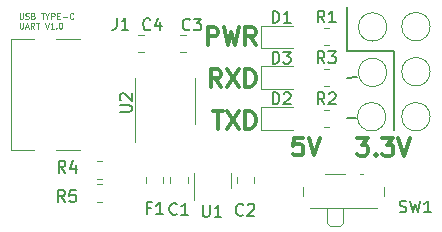
<source format=gbr>
%TF.GenerationSoftware,KiCad,Pcbnew,(6.0.2)*%
%TF.CreationDate,2022-03-28T12:52:26+08:00*%
%TF.ProjectId,CH340-USB-C,43483334-302d-4555-9342-2d432e6b6963,rev?*%
%TF.SameCoordinates,Original*%
%TF.FileFunction,Legend,Top*%
%TF.FilePolarity,Positive*%
%FSLAX46Y46*%
G04 Gerber Fmt 4.6, Leading zero omitted, Abs format (unit mm)*
G04 Created by KiCad (PCBNEW (6.0.2)) date 2022-03-28 12:52:26*
%MOMM*%
%LPD*%
G01*
G04 APERTURE LIST*
%ADD10C,0.150000*%
%ADD11C,0.100000*%
%ADD12C,0.300000*%
%ADD13C,0.120000*%
G04 APERTURE END LIST*
D10*
X92780000Y-98510000D02*
X92010000Y-98580000D01*
X92070000Y-89120000D02*
X92070000Y-92850000D01*
X96040000Y-92850000D02*
X96040000Y-99550000D01*
X92900000Y-95040000D02*
X92030000Y-95200000D01*
X92070000Y-92850000D02*
X96040000Y-92850000D01*
D11*
X64314047Y-89663690D02*
X64314047Y-90068452D01*
X64337857Y-90116071D01*
X64361666Y-90139880D01*
X64409285Y-90163690D01*
X64504523Y-90163690D01*
X64552142Y-90139880D01*
X64575952Y-90116071D01*
X64599761Y-90068452D01*
X64599761Y-89663690D01*
X64814047Y-90139880D02*
X64885476Y-90163690D01*
X65004523Y-90163690D01*
X65052142Y-90139880D01*
X65075952Y-90116071D01*
X65099761Y-90068452D01*
X65099761Y-90020833D01*
X65075952Y-89973214D01*
X65052142Y-89949404D01*
X65004523Y-89925595D01*
X64909285Y-89901785D01*
X64861666Y-89877976D01*
X64837857Y-89854166D01*
X64814047Y-89806547D01*
X64814047Y-89758928D01*
X64837857Y-89711309D01*
X64861666Y-89687500D01*
X64909285Y-89663690D01*
X65028333Y-89663690D01*
X65099761Y-89687500D01*
X65480714Y-89901785D02*
X65552142Y-89925595D01*
X65575952Y-89949404D01*
X65599761Y-89997023D01*
X65599761Y-90068452D01*
X65575952Y-90116071D01*
X65552142Y-90139880D01*
X65504523Y-90163690D01*
X65314047Y-90163690D01*
X65314047Y-89663690D01*
X65480714Y-89663690D01*
X65528333Y-89687500D01*
X65552142Y-89711309D01*
X65575952Y-89758928D01*
X65575952Y-89806547D01*
X65552142Y-89854166D01*
X65528333Y-89877976D01*
X65480714Y-89901785D01*
X65314047Y-89901785D01*
X66123571Y-89663690D02*
X66409285Y-89663690D01*
X66266428Y-90163690D02*
X66266428Y-89663690D01*
X66671190Y-89925595D02*
X66671190Y-90163690D01*
X66504523Y-89663690D02*
X66671190Y-89925595D01*
X66837857Y-89663690D01*
X67004523Y-90163690D02*
X67004523Y-89663690D01*
X67195000Y-89663690D01*
X67242619Y-89687500D01*
X67266428Y-89711309D01*
X67290238Y-89758928D01*
X67290238Y-89830357D01*
X67266428Y-89877976D01*
X67242619Y-89901785D01*
X67195000Y-89925595D01*
X67004523Y-89925595D01*
X67504523Y-89901785D02*
X67671190Y-89901785D01*
X67742619Y-90163690D02*
X67504523Y-90163690D01*
X67504523Y-89663690D01*
X67742619Y-89663690D01*
X67956904Y-89973214D02*
X68337857Y-89973214D01*
X68861666Y-90116071D02*
X68837857Y-90139880D01*
X68766428Y-90163690D01*
X68718809Y-90163690D01*
X68647380Y-90139880D01*
X68599761Y-90092261D01*
X68575952Y-90044642D01*
X68552142Y-89949404D01*
X68552142Y-89877976D01*
X68575952Y-89782738D01*
X68599761Y-89735119D01*
X68647380Y-89687500D01*
X68718809Y-89663690D01*
X68766428Y-89663690D01*
X68837857Y-89687500D01*
X68861666Y-89711309D01*
X64314047Y-90468690D02*
X64314047Y-90873452D01*
X64337857Y-90921071D01*
X64361666Y-90944880D01*
X64409285Y-90968690D01*
X64504523Y-90968690D01*
X64552142Y-90944880D01*
X64575952Y-90921071D01*
X64599761Y-90873452D01*
X64599761Y-90468690D01*
X64814047Y-90825833D02*
X65052142Y-90825833D01*
X64766428Y-90968690D02*
X64933095Y-90468690D01*
X65099761Y-90968690D01*
X65552142Y-90968690D02*
X65385476Y-90730595D01*
X65266428Y-90968690D02*
X65266428Y-90468690D01*
X65456904Y-90468690D01*
X65504523Y-90492500D01*
X65528333Y-90516309D01*
X65552142Y-90563928D01*
X65552142Y-90635357D01*
X65528333Y-90682976D01*
X65504523Y-90706785D01*
X65456904Y-90730595D01*
X65266428Y-90730595D01*
X65695000Y-90468690D02*
X65980714Y-90468690D01*
X65837857Y-90968690D02*
X65837857Y-90468690D01*
X66456904Y-90468690D02*
X66623571Y-90968690D01*
X66790238Y-90468690D01*
X67218809Y-90968690D02*
X66933095Y-90968690D01*
X67075952Y-90968690D02*
X67075952Y-90468690D01*
X67028333Y-90540119D01*
X66980714Y-90587738D01*
X66933095Y-90611547D01*
X67433095Y-90921071D02*
X67456904Y-90944880D01*
X67433095Y-90968690D01*
X67409285Y-90944880D01*
X67433095Y-90921071D01*
X67433095Y-90968690D01*
X67766428Y-90468690D02*
X67814047Y-90468690D01*
X67861666Y-90492500D01*
X67885476Y-90516309D01*
X67909285Y-90563928D01*
X67933095Y-90659166D01*
X67933095Y-90778214D01*
X67909285Y-90873452D01*
X67885476Y-90921071D01*
X67861666Y-90944880D01*
X67814047Y-90968690D01*
X67766428Y-90968690D01*
X67718809Y-90944880D01*
X67695000Y-90921071D01*
X67671190Y-90873452D01*
X67647380Y-90778214D01*
X67647380Y-90659166D01*
X67671190Y-90563928D01*
X67695000Y-90516309D01*
X67718809Y-90492500D01*
X67766428Y-90468690D01*
D12*
X80657142Y-97968571D02*
X81514285Y-97968571D01*
X81085714Y-99468571D02*
X81085714Y-97968571D01*
X81871428Y-97968571D02*
X82871428Y-99468571D01*
X82871428Y-97968571D02*
X81871428Y-99468571D01*
X83442857Y-99468571D02*
X83442857Y-97968571D01*
X83800000Y-97968571D01*
X84014285Y-98040000D01*
X84157142Y-98182857D01*
X84228571Y-98325714D01*
X84300000Y-98611428D01*
X84300000Y-98825714D01*
X84228571Y-99111428D01*
X84157142Y-99254285D01*
X84014285Y-99397142D01*
X83800000Y-99468571D01*
X83442857Y-99468571D01*
X88280953Y-100216071D02*
X87566668Y-100216071D01*
X87495239Y-100930357D01*
X87566668Y-100858928D01*
X87709525Y-100787500D01*
X88066668Y-100787500D01*
X88209525Y-100858928D01*
X88280953Y-100930357D01*
X88352382Y-101073214D01*
X88352382Y-101430357D01*
X88280953Y-101573214D01*
X88209525Y-101644642D01*
X88066668Y-101716071D01*
X87709525Y-101716071D01*
X87566668Y-101644642D01*
X87495239Y-101573214D01*
X88780953Y-100216071D02*
X89280953Y-101716071D01*
X89780953Y-100216071D01*
X92892382Y-100226071D02*
X93820953Y-100226071D01*
X93320953Y-100797500D01*
X93535239Y-100797500D01*
X93678096Y-100868928D01*
X93749525Y-100940357D01*
X93820953Y-101083214D01*
X93820953Y-101440357D01*
X93749525Y-101583214D01*
X93678096Y-101654642D01*
X93535239Y-101726071D01*
X93106668Y-101726071D01*
X92963810Y-101654642D01*
X92892382Y-101583214D01*
X94463810Y-101583214D02*
X94535239Y-101654642D01*
X94463810Y-101726071D01*
X94392382Y-101654642D01*
X94463810Y-101583214D01*
X94463810Y-101726071D01*
X95035239Y-100226071D02*
X95963810Y-100226071D01*
X95463810Y-100797500D01*
X95678096Y-100797500D01*
X95820953Y-100868928D01*
X95892382Y-100940357D01*
X95963810Y-101083214D01*
X95963810Y-101440357D01*
X95892382Y-101583214D01*
X95820953Y-101654642D01*
X95678096Y-101726071D01*
X95249525Y-101726071D01*
X95106668Y-101654642D01*
X95035239Y-101583214D01*
X96392382Y-100226071D02*
X96892382Y-101726071D01*
X97392382Y-100226071D01*
X80228572Y-92358571D02*
X80228572Y-90858571D01*
X80800000Y-90858571D01*
X80942857Y-90930000D01*
X81014286Y-91001428D01*
X81085714Y-91144285D01*
X81085714Y-91358571D01*
X81014286Y-91501428D01*
X80942857Y-91572857D01*
X80800000Y-91644285D01*
X80228572Y-91644285D01*
X81585714Y-90858571D02*
X81942857Y-92358571D01*
X82228572Y-91287142D01*
X82514286Y-92358571D01*
X82871429Y-90858571D01*
X84300000Y-92358571D02*
X83800000Y-91644285D01*
X83442857Y-92358571D02*
X83442857Y-90858571D01*
X84014286Y-90858571D01*
X84157143Y-90930000D01*
X84228572Y-91001428D01*
X84300000Y-91144285D01*
X84300000Y-91358571D01*
X84228572Y-91501428D01*
X84157143Y-91572857D01*
X84014286Y-91644285D01*
X83442857Y-91644285D01*
X81371429Y-95913571D02*
X80871429Y-95199285D01*
X80514286Y-95913571D02*
X80514286Y-94413571D01*
X81085714Y-94413571D01*
X81228571Y-94485000D01*
X81300000Y-94556428D01*
X81371429Y-94699285D01*
X81371429Y-94913571D01*
X81300000Y-95056428D01*
X81228571Y-95127857D01*
X81085714Y-95199285D01*
X80514286Y-95199285D01*
X81871429Y-94413571D02*
X82871429Y-95913571D01*
X82871429Y-94413571D02*
X81871429Y-95913571D01*
X83442857Y-95913571D02*
X83442857Y-94413571D01*
X83800000Y-94413571D01*
X84014286Y-94485000D01*
X84157143Y-94627857D01*
X84228571Y-94770714D01*
X84300000Y-95056428D01*
X84300000Y-95270714D01*
X84228571Y-95556428D01*
X84157143Y-95699285D01*
X84014286Y-95842142D01*
X83800000Y-95913571D01*
X83442857Y-95913571D01*
D10*
%TO.C,F1*%
X75406666Y-106158571D02*
X75073333Y-106158571D01*
X75073333Y-106682380D02*
X75073333Y-105682380D01*
X75549523Y-105682380D01*
X76454285Y-106682380D02*
X75882857Y-106682380D01*
X76168571Y-106682380D02*
X76168571Y-105682380D01*
X76073333Y-105825238D01*
X75978095Y-105920476D01*
X75882857Y-105968095D01*
%TO.C,SW1*%
X96486666Y-106494761D02*
X96629523Y-106542380D01*
X96867619Y-106542380D01*
X96962857Y-106494761D01*
X97010476Y-106447142D01*
X97058095Y-106351904D01*
X97058095Y-106256666D01*
X97010476Y-106161428D01*
X96962857Y-106113809D01*
X96867619Y-106066190D01*
X96677142Y-106018571D01*
X96581904Y-105970952D01*
X96534285Y-105923333D01*
X96486666Y-105828095D01*
X96486666Y-105732857D01*
X96534285Y-105637619D01*
X96581904Y-105590000D01*
X96677142Y-105542380D01*
X96915238Y-105542380D01*
X97058095Y-105590000D01*
X97391428Y-105542380D02*
X97629523Y-106542380D01*
X97820000Y-105828095D01*
X98010476Y-106542380D01*
X98248571Y-105542380D01*
X99153333Y-106542380D02*
X98581904Y-106542380D01*
X98867619Y-106542380D02*
X98867619Y-105542380D01*
X98772380Y-105685238D01*
X98677142Y-105780476D01*
X98581904Y-105828095D01*
%TO.C,R3*%
X90130833Y-93914880D02*
X89797500Y-93438690D01*
X89559404Y-93914880D02*
X89559404Y-92914880D01*
X89940357Y-92914880D01*
X90035595Y-92962500D01*
X90083214Y-93010119D01*
X90130833Y-93105357D01*
X90130833Y-93248214D01*
X90083214Y-93343452D01*
X90035595Y-93391071D01*
X89940357Y-93438690D01*
X89559404Y-93438690D01*
X90464166Y-92914880D02*
X91083214Y-92914880D01*
X90749880Y-93295833D01*
X90892738Y-93295833D01*
X90987976Y-93343452D01*
X91035595Y-93391071D01*
X91083214Y-93486309D01*
X91083214Y-93724404D01*
X91035595Y-93819642D01*
X90987976Y-93867261D01*
X90892738Y-93914880D01*
X90607023Y-93914880D01*
X90511785Y-93867261D01*
X90464166Y-93819642D01*
%TO.C,D2*%
X85739404Y-97382380D02*
X85739404Y-96382380D01*
X85977500Y-96382380D01*
X86120357Y-96430000D01*
X86215595Y-96525238D01*
X86263214Y-96620476D01*
X86310833Y-96810952D01*
X86310833Y-96953809D01*
X86263214Y-97144285D01*
X86215595Y-97239523D01*
X86120357Y-97334761D01*
X85977500Y-97382380D01*
X85739404Y-97382380D01*
X86691785Y-96477619D02*
X86739404Y-96430000D01*
X86834642Y-96382380D01*
X87072738Y-96382380D01*
X87167976Y-96430000D01*
X87215595Y-96477619D01*
X87263214Y-96572857D01*
X87263214Y-96668095D01*
X87215595Y-96810952D01*
X86644166Y-97382380D01*
X87263214Y-97382380D01*
%TO.C,J1*%
X72536666Y-90062380D02*
X72536666Y-90776666D01*
X72489047Y-90919523D01*
X72393809Y-91014761D01*
X72250952Y-91062380D01*
X72155714Y-91062380D01*
X73536666Y-91062380D02*
X72965238Y-91062380D01*
X73250952Y-91062380D02*
X73250952Y-90062380D01*
X73155714Y-90205238D01*
X73060476Y-90300476D01*
X72965238Y-90348095D01*
%TO.C,C1*%
X77623333Y-106657142D02*
X77575714Y-106704761D01*
X77432857Y-106752380D01*
X77337619Y-106752380D01*
X77194761Y-106704761D01*
X77099523Y-106609523D01*
X77051904Y-106514285D01*
X77004285Y-106323809D01*
X77004285Y-106180952D01*
X77051904Y-105990476D01*
X77099523Y-105895238D01*
X77194761Y-105800000D01*
X77337619Y-105752380D01*
X77432857Y-105752380D01*
X77575714Y-105800000D01*
X77623333Y-105847619D01*
X78575714Y-106752380D02*
X78004285Y-106752380D01*
X78290000Y-106752380D02*
X78290000Y-105752380D01*
X78194761Y-105895238D01*
X78099523Y-105990476D01*
X78004285Y-106038095D01*
%TO.C,C4*%
X75383333Y-91017142D02*
X75335714Y-91064761D01*
X75192857Y-91112380D01*
X75097619Y-91112380D01*
X74954761Y-91064761D01*
X74859523Y-90969523D01*
X74811904Y-90874285D01*
X74764285Y-90683809D01*
X74764285Y-90540952D01*
X74811904Y-90350476D01*
X74859523Y-90255238D01*
X74954761Y-90160000D01*
X75097619Y-90112380D01*
X75192857Y-90112380D01*
X75335714Y-90160000D01*
X75383333Y-90207619D01*
X76240476Y-90445714D02*
X76240476Y-91112380D01*
X76002380Y-90064761D02*
X75764285Y-90779047D01*
X76383333Y-90779047D01*
%TO.C,R4*%
X68195833Y-103162380D02*
X67862500Y-102686190D01*
X67624404Y-103162380D02*
X67624404Y-102162380D01*
X68005357Y-102162380D01*
X68100595Y-102210000D01*
X68148214Y-102257619D01*
X68195833Y-102352857D01*
X68195833Y-102495714D01*
X68148214Y-102590952D01*
X68100595Y-102638571D01*
X68005357Y-102686190D01*
X67624404Y-102686190D01*
X69052976Y-102495714D02*
X69052976Y-103162380D01*
X68814880Y-102114761D02*
X68576785Y-102829047D01*
X69195833Y-102829047D01*
%TO.C,U2*%
X72792380Y-98031904D02*
X73601904Y-98031904D01*
X73697142Y-97984285D01*
X73744761Y-97936666D01*
X73792380Y-97841428D01*
X73792380Y-97650952D01*
X73744761Y-97555714D01*
X73697142Y-97508095D01*
X73601904Y-97460476D01*
X72792380Y-97460476D01*
X72887619Y-97031904D02*
X72840000Y-96984285D01*
X72792380Y-96889047D01*
X72792380Y-96650952D01*
X72840000Y-96555714D01*
X72887619Y-96508095D01*
X72982857Y-96460476D01*
X73078095Y-96460476D01*
X73220952Y-96508095D01*
X73792380Y-97079523D01*
X73792380Y-96460476D01*
%TO.C,R5*%
X68145833Y-105642380D02*
X67812500Y-105166190D01*
X67574404Y-105642380D02*
X67574404Y-104642380D01*
X67955357Y-104642380D01*
X68050595Y-104690000D01*
X68098214Y-104737619D01*
X68145833Y-104832857D01*
X68145833Y-104975714D01*
X68098214Y-105070952D01*
X68050595Y-105118571D01*
X67955357Y-105166190D01*
X67574404Y-105166190D01*
X69050595Y-104642380D02*
X68574404Y-104642380D01*
X68526785Y-105118571D01*
X68574404Y-105070952D01*
X68669642Y-105023333D01*
X68907738Y-105023333D01*
X69002976Y-105070952D01*
X69050595Y-105118571D01*
X69098214Y-105213809D01*
X69098214Y-105451904D01*
X69050595Y-105547142D01*
X69002976Y-105594761D01*
X68907738Y-105642380D01*
X68669642Y-105642380D01*
X68574404Y-105594761D01*
X68526785Y-105547142D01*
%TO.C,U1*%
X79828095Y-105902380D02*
X79828095Y-106711904D01*
X79875714Y-106807142D01*
X79923333Y-106854761D01*
X80018571Y-106902380D01*
X80209047Y-106902380D01*
X80304285Y-106854761D01*
X80351904Y-106807142D01*
X80399523Y-106711904D01*
X80399523Y-105902380D01*
X81399523Y-106902380D02*
X80828095Y-106902380D01*
X81113809Y-106902380D02*
X81113809Y-105902380D01*
X81018571Y-106045238D01*
X80923333Y-106140476D01*
X80828095Y-106188095D01*
%TO.C,C2*%
X83243333Y-106717142D02*
X83195714Y-106764761D01*
X83052857Y-106812380D01*
X82957619Y-106812380D01*
X82814761Y-106764761D01*
X82719523Y-106669523D01*
X82671904Y-106574285D01*
X82624285Y-106383809D01*
X82624285Y-106240952D01*
X82671904Y-106050476D01*
X82719523Y-105955238D01*
X82814761Y-105860000D01*
X82957619Y-105812380D01*
X83052857Y-105812380D01*
X83195714Y-105860000D01*
X83243333Y-105907619D01*
X83624285Y-105907619D02*
X83671904Y-105860000D01*
X83767142Y-105812380D01*
X84005238Y-105812380D01*
X84100476Y-105860000D01*
X84148095Y-105907619D01*
X84195714Y-106002857D01*
X84195714Y-106098095D01*
X84148095Y-106240952D01*
X83576666Y-106812380D01*
X84195714Y-106812380D01*
%TO.C,R1*%
X90130833Y-90447380D02*
X89797500Y-89971190D01*
X89559404Y-90447380D02*
X89559404Y-89447380D01*
X89940357Y-89447380D01*
X90035595Y-89495000D01*
X90083214Y-89542619D01*
X90130833Y-89637857D01*
X90130833Y-89780714D01*
X90083214Y-89875952D01*
X90035595Y-89923571D01*
X89940357Y-89971190D01*
X89559404Y-89971190D01*
X91083214Y-90447380D02*
X90511785Y-90447380D01*
X90797500Y-90447380D02*
X90797500Y-89447380D01*
X90702261Y-89590238D01*
X90607023Y-89685476D01*
X90511785Y-89733095D01*
%TO.C,D3*%
X85739404Y-93937380D02*
X85739404Y-92937380D01*
X85977500Y-92937380D01*
X86120357Y-92985000D01*
X86215595Y-93080238D01*
X86263214Y-93175476D01*
X86310833Y-93365952D01*
X86310833Y-93508809D01*
X86263214Y-93699285D01*
X86215595Y-93794523D01*
X86120357Y-93889761D01*
X85977500Y-93937380D01*
X85739404Y-93937380D01*
X86644166Y-92937380D02*
X87263214Y-92937380D01*
X86929880Y-93318333D01*
X87072738Y-93318333D01*
X87167976Y-93365952D01*
X87215595Y-93413571D01*
X87263214Y-93508809D01*
X87263214Y-93746904D01*
X87215595Y-93842142D01*
X87167976Y-93889761D01*
X87072738Y-93937380D01*
X86787023Y-93937380D01*
X86691785Y-93889761D01*
X86644166Y-93842142D01*
%TO.C,R2*%
X90130833Y-97382380D02*
X89797500Y-96906190D01*
X89559404Y-97382380D02*
X89559404Y-96382380D01*
X89940357Y-96382380D01*
X90035595Y-96430000D01*
X90083214Y-96477619D01*
X90130833Y-96572857D01*
X90130833Y-96715714D01*
X90083214Y-96810952D01*
X90035595Y-96858571D01*
X89940357Y-96906190D01*
X89559404Y-96906190D01*
X90511785Y-96477619D02*
X90559404Y-96430000D01*
X90654642Y-96382380D01*
X90892738Y-96382380D01*
X90987976Y-96430000D01*
X91035595Y-96477619D01*
X91083214Y-96572857D01*
X91083214Y-96668095D01*
X91035595Y-96810952D01*
X90464166Y-97382380D01*
X91083214Y-97382380D01*
%TO.C,C3*%
X78733333Y-91027142D02*
X78685714Y-91074761D01*
X78542857Y-91122380D01*
X78447619Y-91122380D01*
X78304761Y-91074761D01*
X78209523Y-90979523D01*
X78161904Y-90884285D01*
X78114285Y-90693809D01*
X78114285Y-90550952D01*
X78161904Y-90360476D01*
X78209523Y-90265238D01*
X78304761Y-90170000D01*
X78447619Y-90122380D01*
X78542857Y-90122380D01*
X78685714Y-90170000D01*
X78733333Y-90217619D01*
X79066666Y-90122380D02*
X79685714Y-90122380D01*
X79352380Y-90503333D01*
X79495238Y-90503333D01*
X79590476Y-90550952D01*
X79638095Y-90598571D01*
X79685714Y-90693809D01*
X79685714Y-90931904D01*
X79638095Y-91027142D01*
X79590476Y-91074761D01*
X79495238Y-91122380D01*
X79209523Y-91122380D01*
X79114285Y-91074761D01*
X79066666Y-91027142D01*
%TO.C,D1*%
X85739404Y-90492380D02*
X85739404Y-89492380D01*
X85977500Y-89492380D01*
X86120357Y-89540000D01*
X86215595Y-89635238D01*
X86263214Y-89730476D01*
X86310833Y-89920952D01*
X86310833Y-90063809D01*
X86263214Y-90254285D01*
X86215595Y-90349523D01*
X86120357Y-90444761D01*
X85977500Y-90492380D01*
X85739404Y-90492380D01*
X87263214Y-90492380D02*
X86691785Y-90492380D01*
X86977500Y-90492380D02*
X86977500Y-89492380D01*
X86882261Y-89635238D01*
X86787023Y-89730476D01*
X86691785Y-89778095D01*
D13*
%TO.C,F1*%
X76450000Y-104086078D02*
X76450000Y-103568922D01*
X75030000Y-104086078D02*
X75030000Y-103568922D01*
%TO.C,SW1*%
X91660000Y-107460000D02*
X91460000Y-107670000D01*
X90360000Y-106170000D02*
X90360000Y-107460000D01*
X90560000Y-107670000D02*
X91460000Y-107670000D01*
X88910000Y-106170000D02*
X94610000Y-106170000D01*
X88310000Y-104370000D02*
X88310000Y-105160000D01*
X95210000Y-105160000D02*
X95210000Y-104370000D01*
X90360000Y-107460000D02*
X90560000Y-107670000D01*
X90160000Y-103320000D02*
X91860000Y-103320000D01*
X91660000Y-107460000D02*
X91660000Y-106170000D01*
X93160000Y-103320000D02*
X93360000Y-103320000D01*
%TO.C,TP2*%
X99070000Y-98440000D02*
G75*
G03*
X99070000Y-98440000I-1200000J0D01*
G01*
%TO.C,TP6*%
X95400000Y-94690000D02*
G75*
G03*
X95400000Y-94690000I-1200000J0D01*
G01*
%TO.C,R3*%
X90070436Y-94377500D02*
X90524564Y-94377500D01*
X90070436Y-95847500D02*
X90524564Y-95847500D01*
%TO.C,D2*%
X84792500Y-97620000D02*
X84792500Y-99540000D01*
X84792500Y-99540000D02*
X87477500Y-99540000D01*
X87477500Y-97620000D02*
X84792500Y-97620000D01*
%TO.C,J1*%
X63610000Y-91840000D02*
X63610000Y-101240000D01*
X69410000Y-91840000D02*
X67410000Y-91840000D01*
X65510000Y-101240000D02*
X63610000Y-101240000D01*
X69410000Y-101240000D02*
X67410000Y-101240000D01*
X65510000Y-91840000D02*
X63610000Y-91840000D01*
%TO.C,C1*%
X78541666Y-103566248D02*
X78541666Y-104088752D01*
X77071666Y-103566248D02*
X77071666Y-104088752D01*
%TO.C,C4*%
X74358748Y-91485000D02*
X74881252Y-91485000D01*
X74358748Y-92955000D02*
X74881252Y-92955000D01*
%TO.C,R4*%
X71297064Y-102205000D02*
X70842936Y-102205000D01*
X71297064Y-103675000D02*
X70842936Y-103675000D01*
%TO.C,TP5*%
X95320000Y-98440000D02*
G75*
G03*
X95320000Y-98440000I-1200000J0D01*
G01*
%TO.C,U2*%
X74060000Y-97130000D02*
X74060000Y-95180000D01*
X79180000Y-97130000D02*
X79180000Y-99080000D01*
X74060000Y-97130000D02*
X74060000Y-100580000D01*
X79180000Y-97130000D02*
X79180000Y-95180000D01*
%TO.C,R5*%
X71297064Y-104175000D02*
X70842936Y-104175000D01*
X71297064Y-105645000D02*
X70842936Y-105645000D01*
%TO.C,U1*%
X82183332Y-103827500D02*
X82183332Y-103177500D01*
X79063332Y-103827500D02*
X79063332Y-105502500D01*
X79063332Y-103827500D02*
X79063332Y-103177500D01*
X82183332Y-103827500D02*
X82183332Y-104477500D01*
%TO.C,C2*%
X82705000Y-104088752D02*
X82705000Y-103566248D01*
X84175000Y-104088752D02*
X84175000Y-103566248D01*
%TO.C,TP1*%
X99070000Y-94625000D02*
G75*
G03*
X99070000Y-94625000I-1200000J0D01*
G01*
%TO.C,R1*%
X90070436Y-92380000D02*
X90524564Y-92380000D01*
X90070436Y-90910000D02*
X90524564Y-90910000D01*
%TO.C,TP4*%
X99070000Y-90810000D02*
G75*
G03*
X99070000Y-90810000I-1200000J0D01*
G01*
%TO.C,TP3*%
X95400000Y-90840000D02*
G75*
G03*
X95400000Y-90840000I-1200000J0D01*
G01*
%TO.C,D3*%
X84792500Y-94175000D02*
X84792500Y-96095000D01*
X84792500Y-96095000D02*
X87477500Y-96095000D01*
X87477500Y-94175000D02*
X84792500Y-94175000D01*
%TO.C,R2*%
X90070436Y-97845000D02*
X90524564Y-97845000D01*
X90070436Y-99315000D02*
X90524564Y-99315000D01*
%TO.C,C3*%
X78391252Y-92955000D02*
X77868748Y-92955000D01*
X78391252Y-91485000D02*
X77868748Y-91485000D01*
%TO.C,D1*%
X84792500Y-90730000D02*
X84792500Y-92650000D01*
X84792500Y-92650000D02*
X87477500Y-92650000D01*
X87477500Y-90730000D02*
X84792500Y-90730000D01*
%TD*%
M02*

</source>
